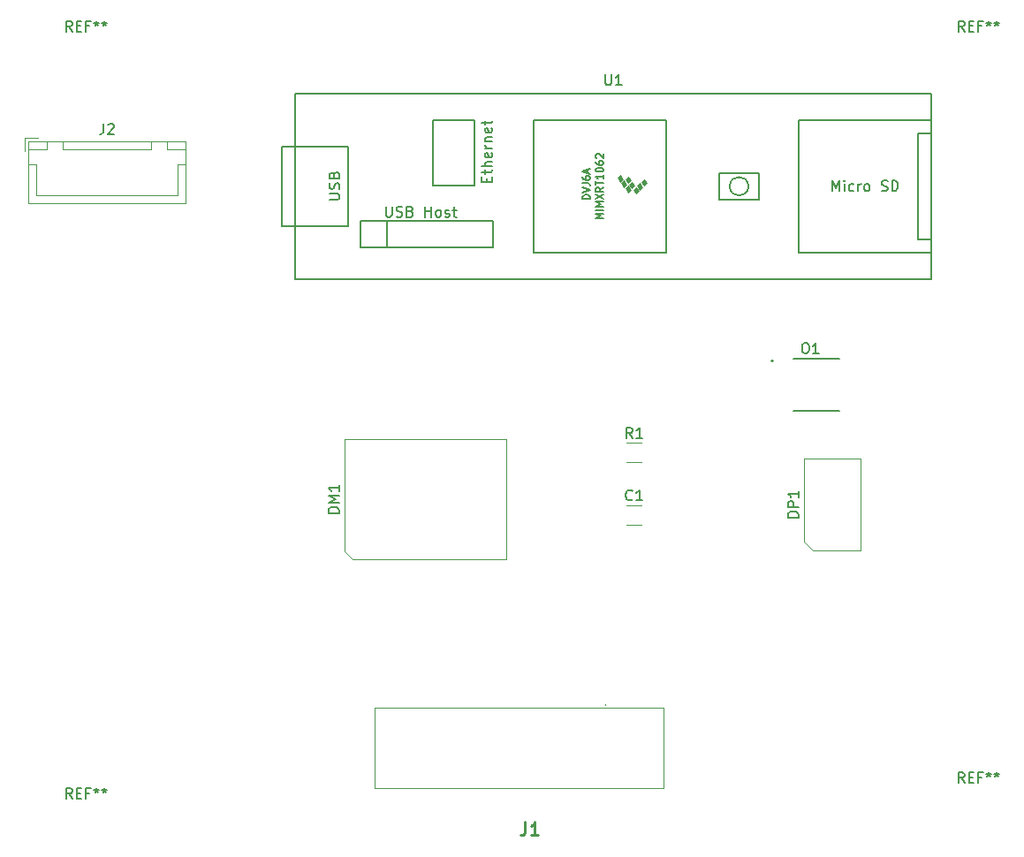
<source format=gbr>
%TF.GenerationSoftware,KiCad,Pcbnew,(6.0.1)*%
%TF.CreationDate,2022-04-12T22:30:48-05:00*%
%TF.ProjectId,singular_SIV,73696e67-756c-4617-925f-5349562e6b69,rev?*%
%TF.SameCoordinates,Original*%
%TF.FileFunction,Legend,Top*%
%TF.FilePolarity,Positive*%
%FSLAX46Y46*%
G04 Gerber Fmt 4.6, Leading zero omitted, Abs format (unit mm)*
G04 Created by KiCad (PCBNEW (6.0.1)) date 2022-04-12 22:30:48*
%MOMM*%
%LPD*%
G01*
G04 APERTURE LIST*
%ADD10C,0.150000*%
%ADD11C,0.254000*%
%ADD12C,0.120000*%
%ADD13C,0.200000*%
%ADD14C,0.100000*%
%ADD15C,0.127000*%
G04 APERTURE END LIST*
D10*
%TO.C,J2*%
X51166666Y-68402380D02*
X51166666Y-69116666D01*
X51119047Y-69259523D01*
X51023809Y-69354761D01*
X50880952Y-69402380D01*
X50785714Y-69402380D01*
X51595238Y-68497619D02*
X51642857Y-68450000D01*
X51738095Y-68402380D01*
X51976190Y-68402380D01*
X52071428Y-68450000D01*
X52119047Y-68497619D01*
X52166666Y-68592857D01*
X52166666Y-68688095D01*
X52119047Y-68830952D01*
X51547619Y-69402380D01*
X52166666Y-69402380D01*
%TO.C,REF\u002A\u002A*%
X133666666Y-131552380D02*
X133333333Y-131076190D01*
X133095238Y-131552380D02*
X133095238Y-130552380D01*
X133476190Y-130552380D01*
X133571428Y-130600000D01*
X133619047Y-130647619D01*
X133666666Y-130742857D01*
X133666666Y-130885714D01*
X133619047Y-130980952D01*
X133571428Y-131028571D01*
X133476190Y-131076190D01*
X133095238Y-131076190D01*
X134095238Y-131028571D02*
X134428571Y-131028571D01*
X134571428Y-131552380D02*
X134095238Y-131552380D01*
X134095238Y-130552380D01*
X134571428Y-130552380D01*
X135333333Y-131028571D02*
X135000000Y-131028571D01*
X135000000Y-131552380D02*
X135000000Y-130552380D01*
X135476190Y-130552380D01*
X136000000Y-130552380D02*
X136000000Y-130790476D01*
X135761904Y-130695238D02*
X136000000Y-130790476D01*
X136238095Y-130695238D01*
X135857142Y-130980952D02*
X136000000Y-130790476D01*
X136142857Y-130980952D01*
X136761904Y-130552380D02*
X136761904Y-130790476D01*
X136523809Y-130695238D02*
X136761904Y-130790476D01*
X137000000Y-130695238D01*
X136619047Y-130980952D02*
X136761904Y-130790476D01*
X136904761Y-130980952D01*
X133666666Y-59552380D02*
X133333333Y-59076190D01*
X133095238Y-59552380D02*
X133095238Y-58552380D01*
X133476190Y-58552380D01*
X133571428Y-58600000D01*
X133619047Y-58647619D01*
X133666666Y-58742857D01*
X133666666Y-58885714D01*
X133619047Y-58980952D01*
X133571428Y-59028571D01*
X133476190Y-59076190D01*
X133095238Y-59076190D01*
X134095238Y-59028571D02*
X134428571Y-59028571D01*
X134571428Y-59552380D02*
X134095238Y-59552380D01*
X134095238Y-58552380D01*
X134571428Y-58552380D01*
X135333333Y-59028571D02*
X135000000Y-59028571D01*
X135000000Y-59552380D02*
X135000000Y-58552380D01*
X135476190Y-58552380D01*
X136000000Y-58552380D02*
X136000000Y-58790476D01*
X135761904Y-58695238D02*
X136000000Y-58790476D01*
X136238095Y-58695238D01*
X135857142Y-58980952D02*
X136000000Y-58790476D01*
X136142857Y-58980952D01*
X136761904Y-58552380D02*
X136761904Y-58790476D01*
X136523809Y-58695238D02*
X136761904Y-58790476D01*
X137000000Y-58695238D01*
X136619047Y-58980952D02*
X136761904Y-58790476D01*
X136904761Y-58980952D01*
X48166666Y-133052380D02*
X47833333Y-132576190D01*
X47595238Y-133052380D02*
X47595238Y-132052380D01*
X47976190Y-132052380D01*
X48071428Y-132100000D01*
X48119047Y-132147619D01*
X48166666Y-132242857D01*
X48166666Y-132385714D01*
X48119047Y-132480952D01*
X48071428Y-132528571D01*
X47976190Y-132576190D01*
X47595238Y-132576190D01*
X48595238Y-132528571D02*
X48928571Y-132528571D01*
X49071428Y-133052380D02*
X48595238Y-133052380D01*
X48595238Y-132052380D01*
X49071428Y-132052380D01*
X49833333Y-132528571D02*
X49500000Y-132528571D01*
X49500000Y-133052380D02*
X49500000Y-132052380D01*
X49976190Y-132052380D01*
X50500000Y-132052380D02*
X50500000Y-132290476D01*
X50261904Y-132195238D02*
X50500000Y-132290476D01*
X50738095Y-132195238D01*
X50357142Y-132480952D02*
X50500000Y-132290476D01*
X50642857Y-132480952D01*
X51261904Y-132052380D02*
X51261904Y-132290476D01*
X51023809Y-132195238D02*
X51261904Y-132290476D01*
X51500000Y-132195238D01*
X51119047Y-132480952D02*
X51261904Y-132290476D01*
X51404761Y-132480952D01*
X48166666Y-59552380D02*
X47833333Y-59076190D01*
X47595238Y-59552380D02*
X47595238Y-58552380D01*
X47976190Y-58552380D01*
X48071428Y-58600000D01*
X48119047Y-58647619D01*
X48166666Y-58742857D01*
X48166666Y-58885714D01*
X48119047Y-58980952D01*
X48071428Y-59028571D01*
X47976190Y-59076190D01*
X47595238Y-59076190D01*
X48595238Y-59028571D02*
X48928571Y-59028571D01*
X49071428Y-59552380D02*
X48595238Y-59552380D01*
X48595238Y-58552380D01*
X49071428Y-58552380D01*
X49833333Y-59028571D02*
X49500000Y-59028571D01*
X49500000Y-59552380D02*
X49500000Y-58552380D01*
X49976190Y-58552380D01*
X50500000Y-58552380D02*
X50500000Y-58790476D01*
X50261904Y-58695238D02*
X50500000Y-58790476D01*
X50738095Y-58695238D01*
X50357142Y-58980952D02*
X50500000Y-58790476D01*
X50642857Y-58980952D01*
X51261904Y-58552380D02*
X51261904Y-58790476D01*
X51023809Y-58695238D02*
X51261904Y-58790476D01*
X51500000Y-58695238D01*
X51119047Y-58980952D02*
X51261904Y-58790476D01*
X51404761Y-58980952D01*
D11*
%TO.C,J1*%
X91576666Y-135304523D02*
X91576666Y-136211666D01*
X91516190Y-136393095D01*
X91395238Y-136514047D01*
X91213809Y-136574523D01*
X91092857Y-136574523D01*
X92846666Y-136574523D02*
X92120952Y-136574523D01*
X92483809Y-136574523D02*
X92483809Y-135304523D01*
X92362857Y-135485952D01*
X92241904Y-135606904D01*
X92120952Y-135667380D01*
D10*
%TO.C,U1*%
X99248095Y-63672380D02*
X99248095Y-64481904D01*
X99295714Y-64577142D01*
X99343333Y-64624761D01*
X99438571Y-64672380D01*
X99629047Y-64672380D01*
X99724285Y-64624761D01*
X99771904Y-64577142D01*
X99819523Y-64481904D01*
X99819523Y-63672380D01*
X100819523Y-64672380D02*
X100248095Y-64672380D01*
X100533809Y-64672380D02*
X100533809Y-63672380D01*
X100438571Y-63815238D01*
X100343333Y-63910476D01*
X100248095Y-63958095D01*
X78234676Y-76321580D02*
X78234676Y-77131104D01*
X78282295Y-77226342D01*
X78329914Y-77273961D01*
X78425152Y-77321580D01*
X78615628Y-77321580D01*
X78710866Y-77273961D01*
X78758485Y-77226342D01*
X78806104Y-77131104D01*
X78806104Y-76321580D01*
X79234676Y-77273961D02*
X79377533Y-77321580D01*
X79615628Y-77321580D01*
X79710866Y-77273961D01*
X79758485Y-77226342D01*
X79806104Y-77131104D01*
X79806104Y-77035866D01*
X79758485Y-76940628D01*
X79710866Y-76893009D01*
X79615628Y-76845390D01*
X79425152Y-76797771D01*
X79329914Y-76750152D01*
X79282295Y-76702533D01*
X79234676Y-76607295D01*
X79234676Y-76512057D01*
X79282295Y-76416819D01*
X79329914Y-76369200D01*
X79425152Y-76321580D01*
X79663247Y-76321580D01*
X79806104Y-76369200D01*
X80568009Y-76797771D02*
X80710866Y-76845390D01*
X80758485Y-76893009D01*
X80806104Y-76988247D01*
X80806104Y-77131104D01*
X80758485Y-77226342D01*
X80710866Y-77273961D01*
X80615628Y-77321580D01*
X80234676Y-77321580D01*
X80234676Y-76321580D01*
X80568009Y-76321580D01*
X80663247Y-76369200D01*
X80710866Y-76416819D01*
X80758485Y-76512057D01*
X80758485Y-76607295D01*
X80710866Y-76702533D01*
X80663247Y-76750152D01*
X80568009Y-76797771D01*
X80234676Y-76797771D01*
X81996580Y-77321580D02*
X81996580Y-76321580D01*
X81996580Y-76797771D02*
X82568009Y-76797771D01*
X82568009Y-77321580D02*
X82568009Y-76321580D01*
X83187057Y-77321580D02*
X83091819Y-77273961D01*
X83044200Y-77226342D01*
X82996580Y-77131104D01*
X82996580Y-76845390D01*
X83044200Y-76750152D01*
X83091819Y-76702533D01*
X83187057Y-76654914D01*
X83329914Y-76654914D01*
X83425152Y-76702533D01*
X83472771Y-76750152D01*
X83520390Y-76845390D01*
X83520390Y-77131104D01*
X83472771Y-77226342D01*
X83425152Y-77273961D01*
X83329914Y-77321580D01*
X83187057Y-77321580D01*
X83901342Y-77273961D02*
X83996580Y-77321580D01*
X84187057Y-77321580D01*
X84282295Y-77273961D01*
X84329914Y-77178723D01*
X84329914Y-77131104D01*
X84282295Y-77035866D01*
X84187057Y-76988247D01*
X84044200Y-76988247D01*
X83948961Y-76940628D01*
X83901342Y-76845390D01*
X83901342Y-76797771D01*
X83948961Y-76702533D01*
X84044200Y-76654914D01*
X84187057Y-76654914D01*
X84282295Y-76702533D01*
X84615628Y-76654914D02*
X84996580Y-76654914D01*
X84758485Y-76321580D02*
X84758485Y-77178723D01*
X84806104Y-77273961D01*
X84901342Y-77321580D01*
X84996580Y-77321580D01*
X87873571Y-73960542D02*
X87873571Y-73627209D01*
X88397380Y-73484352D02*
X88397380Y-73960542D01*
X87397380Y-73960542D01*
X87397380Y-73484352D01*
X87730714Y-73198638D02*
X87730714Y-72817685D01*
X87397380Y-73055780D02*
X88254523Y-73055780D01*
X88349761Y-73008161D01*
X88397380Y-72912923D01*
X88397380Y-72817685D01*
X88397380Y-72484352D02*
X87397380Y-72484352D01*
X88397380Y-72055780D02*
X87873571Y-72055780D01*
X87778333Y-72103400D01*
X87730714Y-72198638D01*
X87730714Y-72341495D01*
X87778333Y-72436733D01*
X87825952Y-72484352D01*
X88349761Y-71198638D02*
X88397380Y-71293876D01*
X88397380Y-71484352D01*
X88349761Y-71579590D01*
X88254523Y-71627209D01*
X87873571Y-71627209D01*
X87778333Y-71579590D01*
X87730714Y-71484352D01*
X87730714Y-71293876D01*
X87778333Y-71198638D01*
X87873571Y-71151019D01*
X87968809Y-71151019D01*
X88064047Y-71627209D01*
X88397380Y-70722447D02*
X87730714Y-70722447D01*
X87921190Y-70722447D02*
X87825952Y-70674828D01*
X87778333Y-70627209D01*
X87730714Y-70531971D01*
X87730714Y-70436733D01*
X87730714Y-70103400D02*
X88397380Y-70103400D01*
X87825952Y-70103400D02*
X87778333Y-70055780D01*
X87730714Y-69960542D01*
X87730714Y-69817685D01*
X87778333Y-69722447D01*
X87873571Y-69674828D01*
X88397380Y-69674828D01*
X88349761Y-68817685D02*
X88397380Y-68912923D01*
X88397380Y-69103400D01*
X88349761Y-69198638D01*
X88254523Y-69246257D01*
X87873571Y-69246257D01*
X87778333Y-69198638D01*
X87730714Y-69103400D01*
X87730714Y-68912923D01*
X87778333Y-68817685D01*
X87873571Y-68770066D01*
X87968809Y-68770066D01*
X88064047Y-69246257D01*
X87730714Y-68484352D02*
X87730714Y-68103400D01*
X87397380Y-68341495D02*
X88254523Y-68341495D01*
X88349761Y-68293876D01*
X88397380Y-68198638D01*
X88397380Y-68103400D01*
X72792380Y-75641904D02*
X73601904Y-75641904D01*
X73697142Y-75594285D01*
X73744761Y-75546666D01*
X73792380Y-75451428D01*
X73792380Y-75260952D01*
X73744761Y-75165714D01*
X73697142Y-75118095D01*
X73601904Y-75070476D01*
X72792380Y-75070476D01*
X73744761Y-74641904D02*
X73792380Y-74499047D01*
X73792380Y-74260952D01*
X73744761Y-74165714D01*
X73697142Y-74118095D01*
X73601904Y-74070476D01*
X73506666Y-74070476D01*
X73411428Y-74118095D01*
X73363809Y-74165714D01*
X73316190Y-74260952D01*
X73268571Y-74451428D01*
X73220952Y-74546666D01*
X73173333Y-74594285D01*
X73078095Y-74641904D01*
X72982857Y-74641904D01*
X72887619Y-74594285D01*
X72840000Y-74546666D01*
X72792380Y-74451428D01*
X72792380Y-74213333D01*
X72840000Y-74070476D01*
X73268571Y-73308571D02*
X73316190Y-73165714D01*
X73363809Y-73118095D01*
X73459047Y-73070476D01*
X73601904Y-73070476D01*
X73697142Y-73118095D01*
X73744761Y-73165714D01*
X73792380Y-73260952D01*
X73792380Y-73641904D01*
X72792380Y-73641904D01*
X72792380Y-73308571D01*
X72840000Y-73213333D01*
X72887619Y-73165714D01*
X72982857Y-73118095D01*
X73078095Y-73118095D01*
X73173333Y-73165714D01*
X73220952Y-73213333D01*
X73268571Y-73308571D01*
X73268571Y-73641904D01*
X121020952Y-74832380D02*
X121020952Y-73832380D01*
X121354285Y-74546666D01*
X121687619Y-73832380D01*
X121687619Y-74832380D01*
X122163809Y-74832380D02*
X122163809Y-74165714D01*
X122163809Y-73832380D02*
X122116190Y-73880000D01*
X122163809Y-73927619D01*
X122211428Y-73880000D01*
X122163809Y-73832380D01*
X122163809Y-73927619D01*
X123068571Y-74784761D02*
X122973333Y-74832380D01*
X122782857Y-74832380D01*
X122687619Y-74784761D01*
X122640000Y-74737142D01*
X122592380Y-74641904D01*
X122592380Y-74356190D01*
X122640000Y-74260952D01*
X122687619Y-74213333D01*
X122782857Y-74165714D01*
X122973333Y-74165714D01*
X123068571Y-74213333D01*
X123497142Y-74832380D02*
X123497142Y-74165714D01*
X123497142Y-74356190D02*
X123544761Y-74260952D01*
X123592380Y-74213333D01*
X123687619Y-74165714D01*
X123782857Y-74165714D01*
X124259047Y-74832380D02*
X124163809Y-74784761D01*
X124116190Y-74737142D01*
X124068571Y-74641904D01*
X124068571Y-74356190D01*
X124116190Y-74260952D01*
X124163809Y-74213333D01*
X124259047Y-74165714D01*
X124401904Y-74165714D01*
X124497142Y-74213333D01*
X124544761Y-74260952D01*
X124592380Y-74356190D01*
X124592380Y-74641904D01*
X124544761Y-74737142D01*
X124497142Y-74784761D01*
X124401904Y-74832380D01*
X124259047Y-74832380D01*
X125735238Y-74784761D02*
X125878095Y-74832380D01*
X126116190Y-74832380D01*
X126211428Y-74784761D01*
X126259047Y-74737142D01*
X126306666Y-74641904D01*
X126306666Y-74546666D01*
X126259047Y-74451428D01*
X126211428Y-74403809D01*
X126116190Y-74356190D01*
X125925714Y-74308571D01*
X125830476Y-74260952D01*
X125782857Y-74213333D01*
X125735238Y-74118095D01*
X125735238Y-74022857D01*
X125782857Y-73927619D01*
X125830476Y-73880000D01*
X125925714Y-73832380D01*
X126163809Y-73832380D01*
X126306666Y-73880000D01*
X126735238Y-74832380D02*
X126735238Y-73832380D01*
X126973333Y-73832380D01*
X127116190Y-73880000D01*
X127211428Y-73975238D01*
X127259047Y-74070476D01*
X127306666Y-74260952D01*
X127306666Y-74403809D01*
X127259047Y-74594285D01*
X127211428Y-74689523D01*
X127116190Y-74784761D01*
X126973333Y-74832380D01*
X126735238Y-74832380D01*
X99056666Y-77463333D02*
X98356666Y-77463333D01*
X98856666Y-77230000D01*
X98356666Y-76996666D01*
X99056666Y-76996666D01*
X99056666Y-76663333D02*
X98356666Y-76663333D01*
X99056666Y-76330000D02*
X98356666Y-76330000D01*
X98856666Y-76096666D01*
X98356666Y-75863333D01*
X99056666Y-75863333D01*
X98356666Y-75596666D02*
X99056666Y-75130000D01*
X98356666Y-75130000D02*
X99056666Y-75596666D01*
X99056666Y-74463333D02*
X98723333Y-74696666D01*
X99056666Y-74863333D02*
X98356666Y-74863333D01*
X98356666Y-74596666D01*
X98390000Y-74530000D01*
X98423333Y-74496666D01*
X98490000Y-74463333D01*
X98590000Y-74463333D01*
X98656666Y-74496666D01*
X98690000Y-74530000D01*
X98723333Y-74596666D01*
X98723333Y-74863333D01*
X98356666Y-74263333D02*
X98356666Y-73863333D01*
X99056666Y-74063333D02*
X98356666Y-74063333D01*
X99056666Y-73263333D02*
X99056666Y-73663333D01*
X99056666Y-73463333D02*
X98356666Y-73463333D01*
X98456666Y-73530000D01*
X98523333Y-73596666D01*
X98556666Y-73663333D01*
X98356666Y-72830000D02*
X98356666Y-72763333D01*
X98390000Y-72696666D01*
X98423333Y-72663333D01*
X98490000Y-72630000D01*
X98623333Y-72596666D01*
X98790000Y-72596666D01*
X98923333Y-72630000D01*
X98990000Y-72663333D01*
X99023333Y-72696666D01*
X99056666Y-72763333D01*
X99056666Y-72830000D01*
X99023333Y-72896666D01*
X98990000Y-72930000D01*
X98923333Y-72963333D01*
X98790000Y-72996666D01*
X98623333Y-72996666D01*
X98490000Y-72963333D01*
X98423333Y-72930000D01*
X98390000Y-72896666D01*
X98356666Y-72830000D01*
X98356666Y-71996666D02*
X98356666Y-72130000D01*
X98390000Y-72196666D01*
X98423333Y-72230000D01*
X98523333Y-72296666D01*
X98656666Y-72330000D01*
X98923333Y-72330000D01*
X98990000Y-72296666D01*
X99023333Y-72263333D01*
X99056666Y-72196666D01*
X99056666Y-72063333D01*
X99023333Y-71996666D01*
X98990000Y-71963333D01*
X98923333Y-71930000D01*
X98756666Y-71930000D01*
X98690000Y-71963333D01*
X98656666Y-71996666D01*
X98623333Y-72063333D01*
X98623333Y-72196666D01*
X98656666Y-72263333D01*
X98690000Y-72296666D01*
X98756666Y-72330000D01*
X98423333Y-71663333D02*
X98390000Y-71630000D01*
X98356666Y-71563333D01*
X98356666Y-71396666D01*
X98390000Y-71330000D01*
X98423333Y-71296666D01*
X98490000Y-71263333D01*
X98556666Y-71263333D01*
X98656666Y-71296666D01*
X99056666Y-71696666D01*
X99056666Y-71263333D01*
X97786666Y-75583333D02*
X97086666Y-75583333D01*
X97086666Y-75416666D01*
X97120000Y-75316666D01*
X97186666Y-75250000D01*
X97253333Y-75216666D01*
X97386666Y-75183333D01*
X97486666Y-75183333D01*
X97620000Y-75216666D01*
X97686666Y-75250000D01*
X97753333Y-75316666D01*
X97786666Y-75416666D01*
X97786666Y-75583333D01*
X97086666Y-74983333D02*
X97786666Y-74750000D01*
X97086666Y-74516666D01*
X97086666Y-74083333D02*
X97586666Y-74083333D01*
X97686666Y-74116666D01*
X97753333Y-74183333D01*
X97786666Y-74283333D01*
X97786666Y-74350000D01*
X97086666Y-73450000D02*
X97086666Y-73583333D01*
X97120000Y-73650000D01*
X97153333Y-73683333D01*
X97253333Y-73750000D01*
X97386666Y-73783333D01*
X97653333Y-73783333D01*
X97720000Y-73750000D01*
X97753333Y-73716666D01*
X97786666Y-73650000D01*
X97786666Y-73516666D01*
X97753333Y-73450000D01*
X97720000Y-73416666D01*
X97653333Y-73383333D01*
X97486666Y-73383333D01*
X97420000Y-73416666D01*
X97386666Y-73450000D01*
X97353333Y-73516666D01*
X97353333Y-73650000D01*
X97386666Y-73716666D01*
X97420000Y-73750000D01*
X97486666Y-73783333D01*
X97586666Y-73116666D02*
X97586666Y-72783333D01*
X97786666Y-73183333D02*
X97086666Y-72950000D01*
X97786666Y-72716666D01*
%TO.C,R1*%
X101843333Y-98512380D02*
X101510000Y-98036190D01*
X101271904Y-98512380D02*
X101271904Y-97512380D01*
X101652857Y-97512380D01*
X101748095Y-97560000D01*
X101795714Y-97607619D01*
X101843333Y-97702857D01*
X101843333Y-97845714D01*
X101795714Y-97940952D01*
X101748095Y-97988571D01*
X101652857Y-98036190D01*
X101271904Y-98036190D01*
X102795714Y-98512380D02*
X102224285Y-98512380D01*
X102510000Y-98512380D02*
X102510000Y-97512380D01*
X102414761Y-97655238D01*
X102319523Y-97750476D01*
X102224285Y-97798095D01*
%TO.C,O1*%
X118343571Y-89397380D02*
X118534047Y-89397380D01*
X118629285Y-89445000D01*
X118724523Y-89540238D01*
X118772142Y-89730714D01*
X118772142Y-90064047D01*
X118724523Y-90254523D01*
X118629285Y-90349761D01*
X118534047Y-90397380D01*
X118343571Y-90397380D01*
X118248333Y-90349761D01*
X118153095Y-90254523D01*
X118105476Y-90064047D01*
X118105476Y-89730714D01*
X118153095Y-89540238D01*
X118248333Y-89445000D01*
X118343571Y-89397380D01*
X119724523Y-90397380D02*
X119153095Y-90397380D01*
X119438809Y-90397380D02*
X119438809Y-89397380D01*
X119343571Y-89540238D01*
X119248333Y-89635476D01*
X119153095Y-89683095D01*
%TO.C,DP1*%
X117757380Y-106118095D02*
X116757380Y-106118095D01*
X116757380Y-105880000D01*
X116805000Y-105737142D01*
X116900238Y-105641904D01*
X116995476Y-105594285D01*
X117185952Y-105546666D01*
X117328809Y-105546666D01*
X117519285Y-105594285D01*
X117614523Y-105641904D01*
X117709761Y-105737142D01*
X117757380Y-105880000D01*
X117757380Y-106118095D01*
X117757380Y-105118095D02*
X116757380Y-105118095D01*
X116757380Y-104737142D01*
X116805000Y-104641904D01*
X116852619Y-104594285D01*
X116947857Y-104546666D01*
X117090714Y-104546666D01*
X117185952Y-104594285D01*
X117233571Y-104641904D01*
X117281190Y-104737142D01*
X117281190Y-105118095D01*
X117757380Y-103594285D02*
X117757380Y-104165714D01*
X117757380Y-103880000D02*
X116757380Y-103880000D01*
X116900238Y-103975238D01*
X116995476Y-104070476D01*
X117043095Y-104165714D01*
%TO.C,DM1*%
X73727380Y-105689523D02*
X72727380Y-105689523D01*
X72727380Y-105451428D01*
X72775000Y-105308571D01*
X72870238Y-105213333D01*
X72965476Y-105165714D01*
X73155952Y-105118095D01*
X73298809Y-105118095D01*
X73489285Y-105165714D01*
X73584523Y-105213333D01*
X73679761Y-105308571D01*
X73727380Y-105451428D01*
X73727380Y-105689523D01*
X73727380Y-104689523D02*
X72727380Y-104689523D01*
X73441666Y-104356190D01*
X72727380Y-104022857D01*
X73727380Y-104022857D01*
X73727380Y-103022857D02*
X73727380Y-103594285D01*
X73727380Y-103308571D02*
X72727380Y-103308571D01*
X72870238Y-103403809D01*
X72965476Y-103499047D01*
X73013095Y-103594285D01*
%TO.C,C1*%
X101843333Y-104387142D02*
X101795714Y-104434761D01*
X101652857Y-104482380D01*
X101557619Y-104482380D01*
X101414761Y-104434761D01*
X101319523Y-104339523D01*
X101271904Y-104244285D01*
X101224285Y-104053809D01*
X101224285Y-103910952D01*
X101271904Y-103720476D01*
X101319523Y-103625238D01*
X101414761Y-103530000D01*
X101557619Y-103482380D01*
X101652857Y-103482380D01*
X101795714Y-103530000D01*
X101843333Y-103577619D01*
X102795714Y-104482380D02*
X102224285Y-104482380D01*
X102510000Y-104482380D02*
X102510000Y-103482380D01*
X102414761Y-103625238D01*
X102319523Y-103720476D01*
X102224285Y-103768095D01*
D12*
%TO.C,J2*%
X44700000Y-75250000D02*
X51500000Y-75250000D01*
X43940000Y-70040000D02*
X43940000Y-76010000D01*
X45750000Y-70050000D02*
X43950000Y-70050000D01*
X43940000Y-76010000D02*
X59060000Y-76010000D01*
X43650000Y-69750000D02*
X43650000Y-71000000D01*
X47250000Y-70800000D02*
X55750000Y-70800000D01*
X59060000Y-70040000D02*
X43940000Y-70040000D01*
X58300000Y-72300000D02*
X58300000Y-75250000D01*
X59060000Y-76010000D02*
X59060000Y-70040000D01*
X43950000Y-72300000D02*
X44700000Y-72300000D01*
X57250000Y-70050000D02*
X57250000Y-70800000D01*
X55750000Y-70050000D02*
X47250000Y-70050000D01*
X44900000Y-69750000D02*
X43650000Y-69750000D01*
X59050000Y-70800000D02*
X59050000Y-70050000D01*
X43950000Y-70800000D02*
X45750000Y-70800000D01*
X58300000Y-75250000D02*
X51500000Y-75250000D01*
X59050000Y-70050000D02*
X57250000Y-70050000D01*
X47250000Y-70050000D02*
X47250000Y-70800000D01*
X44700000Y-72300000D02*
X44700000Y-75250000D01*
X59050000Y-72300000D02*
X58300000Y-72300000D01*
X55750000Y-70800000D02*
X55750000Y-70050000D01*
X57250000Y-70800000D02*
X59050000Y-70800000D01*
X43950000Y-70050000D02*
X43950000Y-70800000D01*
X45750000Y-70800000D02*
X45750000Y-70050000D01*
D13*
%TO.C,J1*%
X99310000Y-124080000D02*
G75*
G03*
X99310000Y-124080000I-50000J0D01*
G01*
D14*
X77160000Y-132080000D02*
X77160000Y-124380000D01*
X104860000Y-132080000D02*
X77160000Y-132080000D01*
X104860000Y-124380000D02*
X104860000Y-132080000D01*
X77160000Y-124380000D02*
X104860000Y-124380000D01*
%TO.C,U1*%
X103207000Y-74073000D02*
X102953000Y-74327000D01*
X102953000Y-74327000D02*
X102699000Y-73946000D01*
X102699000Y-73946000D02*
X102953000Y-73692000D01*
X102953000Y-73692000D02*
X103207000Y-74073000D01*
G36*
X103207000Y-74073000D02*
G01*
X102953000Y-74327000D01*
X102699000Y-73946000D01*
X102953000Y-73692000D01*
X103207000Y-74073000D01*
G37*
X103207000Y-74073000D02*
X102953000Y-74327000D01*
X102699000Y-73946000D01*
X102953000Y-73692000D01*
X103207000Y-74073000D01*
X102826000Y-74454000D02*
X102572000Y-74708000D01*
X102572000Y-74708000D02*
X102318000Y-74327000D01*
X102318000Y-74327000D02*
X102572000Y-74073000D01*
X102572000Y-74073000D02*
X102826000Y-74454000D01*
G36*
X102826000Y-74454000D02*
G01*
X102572000Y-74708000D01*
X102318000Y-74327000D01*
X102572000Y-74073000D01*
X102826000Y-74454000D01*
G37*
X102826000Y-74454000D02*
X102572000Y-74708000D01*
X102318000Y-74327000D01*
X102572000Y-74073000D01*
X102826000Y-74454000D01*
X100921000Y-73692000D02*
X100667000Y-73946000D01*
X100667000Y-73946000D02*
X100413000Y-73565000D01*
X100413000Y-73565000D02*
X100667000Y-73311000D01*
X100667000Y-73311000D02*
X100921000Y-73692000D01*
G36*
X100921000Y-73692000D02*
G01*
X100667000Y-73946000D01*
X100413000Y-73565000D01*
X100667000Y-73311000D01*
X100921000Y-73692000D01*
G37*
X100921000Y-73692000D02*
X100667000Y-73946000D01*
X100413000Y-73565000D01*
X100667000Y-73311000D01*
X100921000Y-73692000D01*
X101302000Y-74200000D02*
X101048000Y-74454000D01*
X101048000Y-74454000D02*
X100794000Y-74073000D01*
X100794000Y-74073000D02*
X101048000Y-73819000D01*
X101048000Y-73819000D02*
X101302000Y-74200000D01*
G36*
X101302000Y-74200000D02*
G01*
X101048000Y-74454000D01*
X100794000Y-74073000D01*
X101048000Y-73819000D01*
X101302000Y-74200000D01*
G37*
X101302000Y-74200000D02*
X101048000Y-74454000D01*
X100794000Y-74073000D01*
X101048000Y-73819000D01*
X101302000Y-74200000D01*
X101683000Y-74708000D02*
X101429000Y-74962000D01*
X101429000Y-74962000D02*
X101175000Y-74581000D01*
X101175000Y-74581000D02*
X101429000Y-74327000D01*
X101429000Y-74327000D02*
X101683000Y-74708000D01*
G36*
X101683000Y-74708000D02*
G01*
X101429000Y-74962000D01*
X101175000Y-74581000D01*
X101429000Y-74327000D01*
X101683000Y-74708000D01*
G37*
X101683000Y-74708000D02*
X101429000Y-74962000D01*
X101175000Y-74581000D01*
X101429000Y-74327000D01*
X101683000Y-74708000D01*
X101683000Y-73819000D02*
X101429000Y-74073000D01*
X101429000Y-74073000D02*
X101175000Y-73692000D01*
X101175000Y-73692000D02*
X101429000Y-73438000D01*
X101429000Y-73438000D02*
X101683000Y-73819000D01*
G36*
X101683000Y-73819000D02*
G01*
X101429000Y-74073000D01*
X101175000Y-73692000D01*
X101429000Y-73438000D01*
X101683000Y-73819000D01*
G37*
X101683000Y-73819000D02*
X101429000Y-74073000D01*
X101175000Y-73692000D01*
X101429000Y-73438000D01*
X101683000Y-73819000D01*
X102064000Y-74327000D02*
X101810000Y-74581000D01*
X101810000Y-74581000D02*
X101556000Y-74200000D01*
X101556000Y-74200000D02*
X101810000Y-73946000D01*
X101810000Y-73946000D02*
X102064000Y-74327000D01*
G36*
X102064000Y-74327000D02*
G01*
X101810000Y-74581000D01*
X101556000Y-74200000D01*
X101810000Y-73946000D01*
X102064000Y-74327000D01*
G37*
X102064000Y-74327000D02*
X101810000Y-74581000D01*
X101556000Y-74200000D01*
X101810000Y-73946000D01*
X102064000Y-74327000D01*
X102445000Y-74835000D02*
X102191000Y-75089000D01*
X102191000Y-75089000D02*
X101937000Y-74708000D01*
X101937000Y-74708000D02*
X102191000Y-74454000D01*
X102191000Y-74454000D02*
X102445000Y-74835000D01*
G36*
X102445000Y-74835000D02*
G01*
X102191000Y-75089000D01*
X101937000Y-74708000D01*
X102191000Y-74454000D01*
X102445000Y-74835000D01*
G37*
X102445000Y-74835000D02*
X102191000Y-75089000D01*
X101937000Y-74708000D01*
X102191000Y-74454000D01*
X102445000Y-74835000D01*
D10*
X69530000Y-83270000D02*
X69530000Y-65490000D01*
X130490000Y-83270000D02*
X69530000Y-83270000D01*
X130490000Y-65490000D02*
X130490000Y-83270000D01*
X69530000Y-65490000D02*
X130490000Y-65490000D01*
X74610000Y-78190000D02*
X69530000Y-78190000D01*
X74610000Y-70570000D02*
X69530000Y-70570000D01*
X74610000Y-78190000D02*
X74610000Y-70570000D01*
X68260000Y-70570000D02*
X69530000Y-70570000D01*
X68260000Y-78190000D02*
X68260000Y-70570000D01*
X69530000Y-78190000D02*
X68260000Y-78190000D01*
X130490000Y-68030000D02*
X117790000Y-68030000D01*
X117790000Y-68030000D02*
X117790000Y-80730000D01*
X117790000Y-80730000D02*
X130490000Y-80730000D01*
X130490000Y-69300000D02*
X129220000Y-69300000D01*
X129220000Y-69300000D02*
X129220000Y-79460000D01*
X129220000Y-79460000D02*
X130490000Y-79460000D01*
X113980000Y-73110000D02*
X113980000Y-75650000D01*
X113980000Y-75650000D02*
X110170000Y-75650000D01*
X110170000Y-75650000D02*
X110170000Y-73110000D01*
X110170000Y-73110000D02*
X113980000Y-73110000D01*
X75829200Y-77679200D02*
X88529200Y-77679200D01*
X88529200Y-77679200D02*
X88529200Y-80219200D01*
X88529200Y-80219200D02*
X75829200Y-80219200D01*
X75829200Y-80219200D02*
X75829200Y-77679200D01*
X75829200Y-77679200D02*
X78369200Y-77679200D01*
X78369200Y-77679200D02*
X78369200Y-80219200D01*
X82760000Y-68278400D02*
X82760000Y-74278400D01*
X82760000Y-74278400D02*
X86760000Y-74278400D01*
X86760000Y-74278400D02*
X86760000Y-68028400D01*
X86760000Y-68028400D02*
X82760000Y-68028400D01*
X82760000Y-68028400D02*
X82760000Y-68278400D01*
X92390000Y-80730000D02*
X105090000Y-80730000D01*
X105090000Y-80730000D02*
X105090000Y-68030000D01*
X105090000Y-68030000D02*
X92390000Y-68030000D01*
X92390000Y-68030000D02*
X92390000Y-80730000D01*
X112973026Y-74380000D02*
G75*
G03*
X112973026Y-74380000I-898026J0D01*
G01*
D12*
%TO.C,R1*%
X101282936Y-98970000D02*
X102737064Y-98970000D01*
X101282936Y-100790000D02*
X102737064Y-100790000D01*
D15*
%TO.C,O1*%
X117310000Y-95880000D02*
X121710000Y-95880000D01*
X117310000Y-90880000D02*
X121710000Y-90880000D01*
D13*
X115370000Y-91120000D02*
G75*
G03*
X115370000Y-91120000I-100000J0D01*
G01*
D12*
%TO.C,DP1*%
X123715000Y-100505000D02*
X123715000Y-109255000D01*
X123715000Y-109255000D02*
X119105000Y-109255000D01*
X118305000Y-108455000D02*
X118305000Y-100505000D01*
X118305000Y-100505000D02*
X123715000Y-100505000D01*
X119105000Y-109255000D02*
X118305000Y-108455000D01*
%TO.C,DM1*%
X89745000Y-98630000D02*
X89745000Y-110130000D01*
X75075000Y-110130000D02*
X74275000Y-109330000D01*
X74275000Y-109330000D02*
X74275000Y-98630000D01*
X74275000Y-98630000D02*
X89745000Y-98630000D01*
X89745000Y-110130000D02*
X75075000Y-110130000D01*
%TO.C,C1*%
X101298748Y-106790000D02*
X102721252Y-106790000D01*
X101298748Y-104970000D02*
X102721252Y-104970000D01*
%TD*%
M02*

</source>
